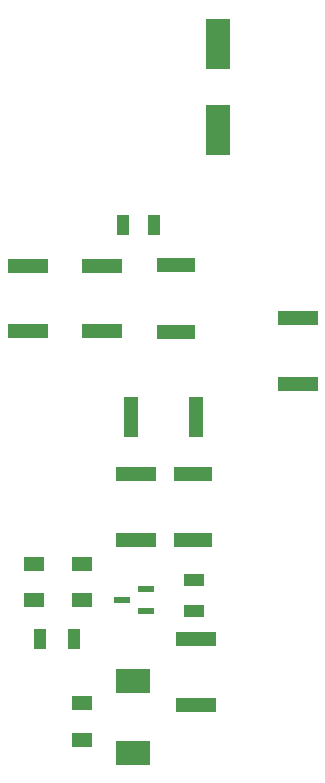
<source format=gtp>
%FSTAX23Y23*%
%MOIN*%
%SFA1B1*%

%IPPOS*%
%AMD21*
4,1,8,-0.023100,-0.011600,0.023100,-0.011600,0.026000,-0.008700,0.026000,0.008700,0.023100,0.011600,-0.023100,0.011600,-0.026000,0.008700,-0.026000,-0.008700,-0.023100,-0.011600,0.0*
1,1,0.005800,-0.023100,-0.008700*
1,1,0.005800,0.023100,-0.008700*
1,1,0.005800,0.023100,0.008700*
1,1,0.005800,-0.023100,0.008700*
%
%ADD16R,0.132090X0.051350*%
%ADD17R,0.043310X0.066930*%
%ADD18R,0.126310X0.045470*%
%ADD19R,0.044490X0.069690*%
%ADD20R,0.066930X0.043310*%
G04~CAMADD=21~8~0.0~0.0~519.7~232.3~29.0~0.0~15~0.0~0.0~0.0~0.0~0~0.0~0.0~0.0~0.0~0~0.0~0.0~0.0~180.0~520.0~232.0*
%ADD21D21*%
%ADD22R,0.118110X0.078740*%
%ADD23R,0.070870X0.051180*%
%ADD24R,0.051350X0.132090*%
%ADD25R,0.082680X0.165350*%
%ADD26R,0.070870X0.049210*%
%LNpcb1-1*%
%LPD*%
G54D16*
X04965Y03106D03*
Y03323D03*
X04313Y03281D03*
Y03498D03*
X04625Y02036D03*
Y02253D03*
X04425Y02586D03*
Y02803D03*
X04065Y03498D03*
Y03281D03*
G54D17*
X04383Y03635D03*
X04486D03*
G54D18*
X0456Y03278D03*
Y03501D03*
X04615Y02583D03*
Y02806D03*
G54D19*
X04221Y02255D03*
X04108D03*
G54D20*
X0462Y02348D03*
Y02451D03*
G54D21*
X04459Y02347D03*
Y02422D03*
X0438Y02385D03*
G54D22*
X04415Y02113D03*
Y01876D03*
G54D23*
X04245Y01918D03*
Y02041D03*
G54D24*
X04411Y02995D03*
X04628D03*
G54D25*
X047Y0395D03*
Y04239D03*
G54D26*
X04245Y02384D03*
Y02505D03*
X04085Y02384D03*
Y02505D03*
M02*
</source>
